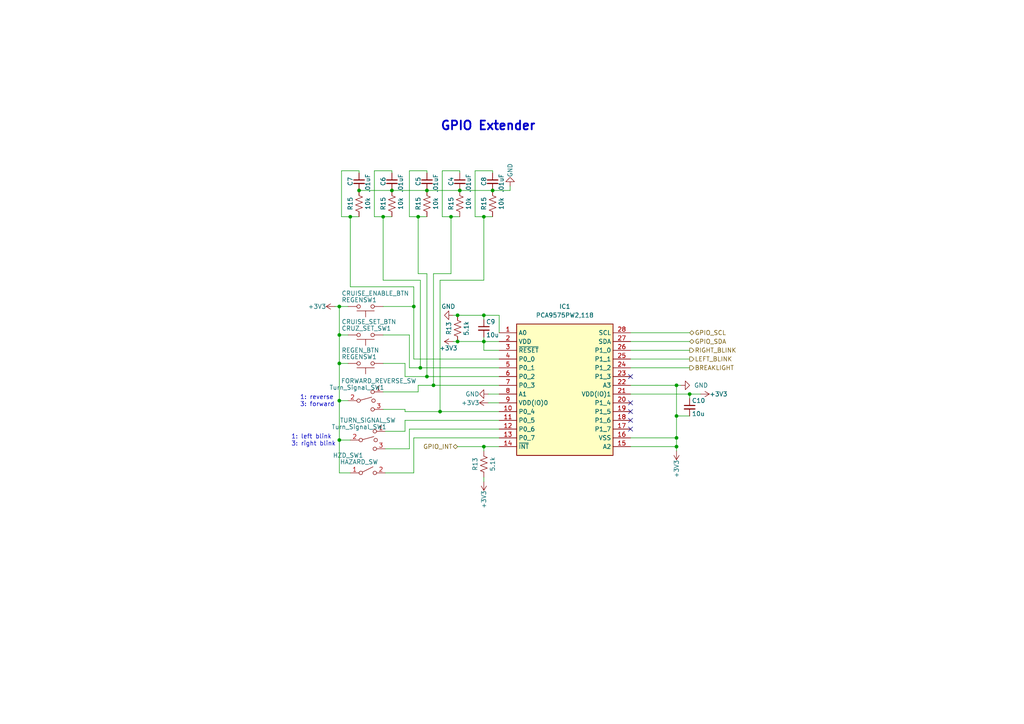
<source format=kicad_sch>
(kicad_sch (version 20230121) (generator eeschema)
  (paper "A4")
  (lib_symbols
    (symbol "Device:C_Small" (pin_numbers hide) (pin_names (offset 0.254) hide)
      (property "Reference" "C" (at 0.254 1.778 0))
      (property "Value" "C_Small" (at 0.254 -2.032 0))
      (symbol "C_Small_0_1"
        (polyline (pts (xy -1.524 -0.508) (xy 1.524 -0.508)) (stroke (width 0.3302)))
        (polyline (pts (xy -1.524 0.508) (xy 1.524 0.508)) (stroke (width 0.3048)))
      )
      (symbol "C_Small_1_1"
        (pin passive line (at 0 2.54 270) (length 2.032) (name "~") (number "1"))
        (pin passive line (at 0 -2.54 90) (length 2.032) (name "~") (number "2"))
      )
    )
    (symbol "Device:R_US" (pin_numbers hide) (pin_names (offset 0))
      (property "Reference" "R" (at 2.54 0 90))
      (property "Value" "R_US" (at -2.54 0 90))
      (symbol "R_US_0_1"
        (polyline (pts (xy 0 -2.286) (xy 0 -2.54)))
        (polyline (pts (xy 0 2.286) (xy 0 2.54)))
        (polyline (pts (xy 0 -0.762) (xy 1.016 -1.143) (xy 0 -1.524) (xy -1.016 -1.905) (xy 0 -2.286)))
        (polyline (pts (xy 0 0.762) (xy 1.016 0.381) (xy 0 0) (xy -1.016 -0.381) (xy 0 -0.762)))
        (polyline (pts (xy 0 2.286) (xy 1.016 1.905) (xy 0 1.524) (xy -1.016 1.143) (xy 0 0.762)))
      )
      (symbol "R_US_1_1"
        (pin passive line (at 0 3.81 270) (length 1.27) (name "~") (number "1"))
        (pin passive line (at 0 -3.81 90) (length 1.27) (name "~") (number "2"))
      )
    )
    (symbol "Switch:SW_Push" (pin_numbers hide) (pin_names (offset 1.016) hide)
      (property "Reference" "SW" (at 1.27 2.54 0))
      (property "Value" "SW_Push" (at 0 -1.524 0))
      (symbol "SW_Push_0_1"
        (circle (center -2.032 0) (radius 0.508))
        (polyline (pts (xy 0 1.27) (xy 0 3.048)))
        (polyline (pts (xy 2.54 1.27) (xy -2.54 1.27)))
        (circle (center 2.032 0) (radius 0.508))
        (pin passive line (at -5.08 0 0) (length 2.54) (name "1") (number "1"))
        (pin passive line (at 5.08 0 180) (length 2.54) (name "2") (number "2"))
      )
    )
    (symbol "Switch:SW_SPDT_MSM" (pin_names (offset 0) hide)
      (property "Reference" "SW" (at 0 5.08 0))
      (property "Value" "SW_SPDT_MSM" (at 0 -5.08 0))
      (symbol "SW_SPDT_MSM_0_0"
        (circle (center -2.032 0) (radius 0.508))
        (polyline (pts (xy -1.524 0.127) (xy 1.778 1.016)))
        (circle (center 2.032 -2.54) (radius 0.508))
      )
      (symbol "SW_SPDT_MSM_0_1"
        (circle (center 2.032 2.54) (radius 0.508))
        (circle (center 2.286 0) (radius 0.508))
      )
      (symbol "SW_SPDT_MSM_1_1"
        (pin passive line (at 5.08 2.54 180) (length 2.54) (name "1") (number "1"))
        (pin passive line (at -5.08 0 0) (length 2.54) (name "2") (number "2"))
        (pin passive line (at 5.08 -2.54 180) (length 2.54) (name "3") (number "3"))
      )
    )
    (symbol "Switch:SW_SPST" (pin_names (offset 0) hide)
      (property "Reference" "SW" (at 0 3.175 0))
      (property "Value" "SW_SPST" (at 0 -2.54 0))
      (symbol "SW_SPST_0_0"
        (circle (center -2.032 0) (radius 0.508))
        (polyline (pts (xy -1.524 0.254) (xy 1.524 1.778)))
        (circle (center 2.032 0) (radius 0.508))
      )
      (symbol "SW_SPST_1_1"
        (pin passive line (at -5.08 0 0) (length 2.54) (name "A") (number "1"))
        (pin passive line (at 5.08 0 180) (length 2.54) (name "B") (number "2"))
      )
    )
    (symbol "power:+3V3" (power) (pin_names (offset 0))
      (property "Value" "+3V3" (at 0 3.556 0))
      (symbol "+3V3_0_1"
        (polyline (pts (xy -0.762 1.27) (xy 0 2.54)))
        (polyline (pts (xy 0 0) (xy 0 2.54)))
        (polyline (pts (xy 0 2.54) (xy 0.762 1.27)))
      )
      (symbol "+3V3_1_1"
        (pin power_in line (at 0 0 90) (length 0) hide (name "+3V3") (number "1"))
      )
    )
    (symbol "power:GND" (power) (pin_names (offset 0))
      (property "Value" "GND" (at 0 -3.81 0))
      (symbol "GND_0_1"
        (polyline (pts (xy 0 0) (xy 0 -1.27) (xy 1.27 -1.27) (xy 0 -2.54) (xy -1.27 -1.27) (xy 0 -1.27)))
      )
      (symbol "GND_1_1"
        (pin power_in line (at 0 0 270) (length 0) hide (name "GND") (number "1"))
      )
    )
    (symbol "utsvt-chips:PCA9575PW2,118"
      (property "Reference" "IC" (at 34.29 7.62 0))
      (property "Value" "PCA9575PW2,118" (at 34.29 5.08 0))
      (symbol "PCA9575PW2,118_1_1"
        (rectangle (start 5.08 2.54) (end 33.02 -35.56) (stroke (width 0.254)) (fill (type background)))
        (pin passive line (at 0 0 0) (length 5.08) (name "A0") (number "1"))
        (pin passive line (at 0 -22.86 0) (length 5.08) (name "P0_4") (number "10"))
        (pin passive line (at 0 -25.4 0) (length 5.08) (name "P0_5") (number "11"))
        (pin passive line (at 0 -27.94 0) (length 5.08) (name "P0_6") (number "12"))
        (pin passive line (at 0 -30.48 0) (length 5.08) (name "P0_7") (number "13"))
        (pin passive line (at 0 -33.02 0) (length 5.08) (name "~{INT}") (number "14"))
        (pin passive line (at 38.1 -33.02 180) (length 5.08) (name "A2") (number "15"))
        (pin passive line (at 38.1 -30.48 180) (length 5.08) (name "VSS") (number "16"))
        (pin passive line (at 38.1 -27.94 180) (length 5.08) (name "P1_7") (number "17"))
        (pin passive line (at 38.1 -25.4 180) (length 5.08) (name "P1_6") (number "18"))
        (pin passive line (at 38.1 -22.86 180) (length 5.08) (name "P1_5") (number "19"))
        (pin passive line (at 0 -2.54 0) (length 5.08) (name "VDD") (number "2"))
        (pin passive line (at 38.1 -20.32 180) (length 5.08) (name "P1_4") (number "20"))
        (pin passive line (at 38.1 -17.78 180) (length 5.08) (name "VDD(IO)1") (number "21"))
        (pin passive line (at 38.1 -15.24 180) (length 5.08) (name "A3") (number "22"))
        (pin passive line (at 38.1 -12.7 180) (length 5.08) (name "P1_3") (number "23"))
        (pin passive line (at 38.1 -10.16 180) (length 5.08) (name "P1_2") (number "24"))
        (pin passive line (at 38.1 -7.62 180) (length 5.08) (name "P1_1") (number "25"))
        (pin passive line (at 38.1 -5.08 180) (length 5.08) (name "P1_0") (number "26"))
        (pin passive line (at 38.1 -2.54 180) (length 5.08) (name "SDA") (number "27"))
        (pin passive line (at 38.1 0 180) (length 5.08) (name "SCL") (number "28"))
        (pin passive line (at 0 -5.08 0) (length 5.08) (name "~{RESET}") (number "3"))
        (pin passive line (at 0 -7.62 0) (length 5.08) (name "P0_0") (number "4"))
        (pin passive line (at 0 -10.16 0) (length 5.08) (name "P0_1") (number "5"))
        (pin passive line (at 0 -12.7 0) (length 5.08) (name "P0_2") (number "6"))
        (pin passive line (at 0 -15.24 0) (length 5.08) (name "P0_3") (number "7"))
        (pin passive line (at 0 -17.78 0) (length 5.08) (name "A1") (number "8"))
        (pin passive line (at 0 -20.32 0) (length 5.08) (name "VDD(IO)0") (number "9"))
      )
    )
  )
  (junction (at 132.715 99.06))
  (junction (at 133.35 55.245))
  (junction (at 142.875 55.245))
  (junction (at 120.015 88.9))
  (junction (at 127.635 119.38))
  (junction (at 140.335 62.865))
  (junction (at 98.425 116.205))
  (junction (at 132.715 91.44))
  (junction (at 121.285 62.865))
  (junction (at 140.335 99.06))
  (junction (at 113.665 55.245))
  (junction (at 130.81 62.865))
  (junction (at 121.92 106.68))
  (junction (at 98.425 127.635))
  (junction (at 101.6 62.865))
  (junction (at 111.125 62.865))
  (junction (at 196.215 120.65))
  (junction (at 104.14 55.245))
  (junction (at 140.335 129.54))
  (junction (at 98.425 105.41))
  (junction (at 125.73 111.76))
  (junction (at 196.215 129.54))
  (junction (at 123.825 109.22))
  (junction (at 123.825 55.245))
  (junction (at 196.215 127))
  (junction (at 98.425 88.9))
  (junction (at 196.215 111.76))
  (junction (at 200.025 114.3))
  (junction (at 140.335 91.44))
  (junction (at 98.425 97.155))
  (no_connect (at 182.88 119.38))
  (no_connect (at 182.88 109.22))
  (no_connect (at 182.88 121.92))
  (no_connect (at 182.88 116.84))
  (no_connect (at 182.88 124.46))
  (wire (pts (xy 108.585 62.865) (xy 111.125 62.865)))
  (wire (pts (xy 98.425 97.155) (xy 100.965 97.155)))
  (wire (pts (xy 120.015 88.9) (xy 120.015 104.14)))
  (wire (pts (xy 196.215 129.54) (xy 182.88 129.54)))
  (wire (pts (xy 113.665 50.165) (xy 113.665 49.53)))
  (wire (pts (xy 111.125 81.28) (xy 121.92 81.28)))
  (wire (pts (xy 111.76 125.095) (xy 117.475 125.095)))
  (wire (pts (xy 123.825 55.245) (xy 133.35 55.245)))
  (wire (pts (xy 140.335 99.06) (xy 140.335 101.6)))
  (wire (pts (xy 104.14 55.245) (xy 113.665 55.245)))
  (wire (pts (xy 117.475 119.38) (xy 127.635 119.38)))
  (wire (pts (xy 123.825 79.375) (xy 123.825 109.22)))
  (wire (pts (xy 200.025 101.6) (xy 182.88 101.6)))
  (wire (pts (xy 131.445 99.06) (xy 132.715 99.06)))
  (wire (pts (xy 98.425 105.41) (xy 100.965 105.41)))
  (wire (pts (xy 131.445 91.44) (xy 132.715 91.44)))
  (wire (pts (xy 111.125 113.665) (xy 121.285 113.665)))
  (wire (pts (xy 118.745 49.53) (xy 123.825 49.53)))
  (wire (pts (xy 123.825 109.22) (xy 144.78 109.22)))
  (wire (pts (xy 200.025 114.3) (xy 203.2 114.3)))
  (wire (pts (xy 101.6 83.185) (xy 120.015 83.185)))
  (wire (pts (xy 111.76 137.16) (xy 120.015 137.16)))
  (wire (pts (xy 137.795 62.865) (xy 140.335 62.865)))
  (wire (pts (xy 111.125 105.41) (xy 117.475 105.41)))
  (wire (pts (xy 98.425 127.635) (xy 101.6 127.635)))
  (wire (pts (xy 120.015 137.16) (xy 120.015 127)))
  (wire (pts (xy 117.475 121.92) (xy 144.78 121.92)))
  (wire (pts (xy 130.81 62.865) (xy 133.35 62.865)))
  (wire (pts (xy 132.715 91.44) (xy 140.335 91.44)))
  (wire (pts (xy 140.335 62.865) (xy 142.875 62.865)))
  (wire (pts (xy 140.335 130.81) (xy 140.335 129.54)))
  (wire (pts (xy 137.795 49.53) (xy 142.875 49.53)))
  (wire (pts (xy 121.285 111.76) (xy 125.73 111.76)))
  (wire (pts (xy 140.335 139.7) (xy 140.335 138.43)))
  (wire (pts (xy 196.215 127) (xy 196.215 129.54)))
  (wire (pts (xy 111.125 62.865) (xy 111.125 81.28)))
  (wire (pts (xy 98.425 116.205) (xy 100.965 116.205)))
  (wire (pts (xy 117.475 125.095) (xy 117.475 121.92)))
  (wire (pts (xy 182.88 127) (xy 196.215 127)))
  (wire (pts (xy 196.215 120.65) (xy 196.215 127)))
  (wire (pts (xy 121.92 81.28) (xy 121.92 106.68)))
  (wire (pts (xy 130.81 79.375) (xy 125.73 79.375)))
  (wire (pts (xy 130.81 62.865) (xy 130.81 79.375)))
  (wire (pts (xy 127.635 81.28) (xy 127.635 119.38)))
  (wire (pts (xy 120.015 127) (xy 144.78 127)))
  (wire (pts (xy 128.27 62.865) (xy 130.81 62.865)))
  (wire (pts (xy 120.015 104.14) (xy 144.78 104.14)))
  (wire (pts (xy 140.335 101.6) (xy 144.78 101.6)))
  (wire (pts (xy 200.025 99.06) (xy 182.88 99.06)))
  (wire (pts (xy 118.745 106.68) (xy 121.92 106.68)))
  (wire (pts (xy 101.6 62.865) (xy 104.14 62.865)))
  (wire (pts (xy 196.215 111.76) (xy 196.215 120.65)))
  (wire (pts (xy 98.425 127.635) (xy 98.425 137.16)))
  (wire (pts (xy 121.285 79.375) (xy 123.825 79.375)))
  (wire (pts (xy 111.125 97.155) (xy 118.745 97.155)))
  (wire (pts (xy 200.025 106.68) (xy 182.88 106.68)))
  (wire (pts (xy 137.795 49.53) (xy 137.795 62.865)))
  (wire (pts (xy 101.6 62.865) (xy 101.6 83.185)))
  (wire (pts (xy 113.665 55.245) (xy 123.825 55.245)))
  (wire (pts (xy 111.125 118.745) (xy 117.475 118.745)))
  (wire (pts (xy 133.35 50.165) (xy 133.35 49.53)))
  (wire (pts (xy 140.335 91.44) (xy 144.78 91.44)))
  (wire (pts (xy 111.76 130.175) (xy 118.745 130.175)))
  (wire (pts (xy 117.475 105.41) (xy 117.475 109.22)))
  (wire (pts (xy 98.425 97.155) (xy 98.425 105.41)))
  (wire (pts (xy 128.27 49.53) (xy 133.35 49.53)))
  (wire (pts (xy 144.78 91.44) (xy 144.78 96.52)))
  (wire (pts (xy 196.215 129.54) (xy 196.215 130.81)))
  (wire (pts (xy 98.425 88.9) (xy 98.425 97.155)))
  (wire (pts (xy 111.125 62.865) (xy 113.665 62.865)))
  (wire (pts (xy 142.875 55.245) (xy 147.955 55.245)))
  (wire (pts (xy 140.335 81.28) (xy 127.635 81.28)))
  (wire (pts (xy 182.88 111.76) (xy 196.215 111.76)))
  (wire (pts (xy 142.875 50.165) (xy 142.875 49.53)))
  (wire (pts (xy 144.78 129.54) (xy 140.335 129.54)))
  (wire (pts (xy 121.285 62.865) (xy 121.285 79.375)))
  (wire (pts (xy 196.215 120.65) (xy 200.025 120.65)))
  (wire (pts (xy 200.025 114.3) (xy 200.025 115.57)))
  (wire (pts (xy 132.715 99.06) (xy 140.335 99.06)))
  (wire (pts (xy 128.27 49.53) (xy 128.27 62.865)))
  (wire (pts (xy 182.88 114.3) (xy 200.025 114.3)))
  (wire (pts (xy 120.015 83.185) (xy 120.015 88.9)))
  (wire (pts (xy 200.025 96.52) (xy 182.88 96.52)))
  (wire (pts (xy 118.745 124.46) (xy 144.78 124.46)))
  (wire (pts (xy 98.425 88.9) (xy 100.965 88.9)))
  (wire (pts (xy 108.585 49.53) (xy 113.665 49.53)))
  (wire (pts (xy 127.635 119.38) (xy 144.78 119.38)))
  (wire (pts (xy 140.335 97.79) (xy 140.335 99.06)))
  (wire (pts (xy 140.335 99.06) (xy 144.78 99.06)))
  (wire (pts (xy 121.285 113.665) (xy 121.285 111.76)))
  (wire (pts (xy 123.825 50.165) (xy 123.825 49.53)))
  (wire (pts (xy 99.06 49.53) (xy 99.06 62.865)))
  (wire (pts (xy 99.06 62.865) (xy 101.6 62.865)))
  (wire (pts (xy 99.06 49.53) (xy 104.14 49.53)))
  (wire (pts (xy 140.335 129.54) (xy 132.715 129.54)))
  (wire (pts (xy 125.73 79.375) (xy 125.73 111.76)))
  (wire (pts (xy 133.35 55.245) (xy 142.875 55.245)))
  (wire (pts (xy 118.745 62.865) (xy 121.285 62.865)))
  (wire (pts (xy 108.585 49.53) (xy 108.585 62.865)))
  (wire (pts (xy 125.73 111.76) (xy 144.78 111.76)))
  (wire (pts (xy 97.155 88.9) (xy 98.425 88.9)))
  (wire (pts (xy 140.335 62.865) (xy 140.335 81.28)))
  (wire (pts (xy 147.955 55.245) (xy 147.955 53.975)))
  (wire (pts (xy 98.425 105.41) (xy 98.425 116.205)))
  (wire (pts (xy 118.745 97.155) (xy 118.745 106.68)))
  (wire (pts (xy 121.285 62.865) (xy 123.825 62.865)))
  (wire (pts (xy 98.425 137.16) (xy 101.6 137.16)))
  (wire (pts (xy 141.605 116.84) (xy 144.78 116.84)))
  (wire (pts (xy 141.605 114.3) (xy 144.78 114.3)))
  (wire (pts (xy 140.335 91.44) (xy 140.335 92.71)))
  (wire (pts (xy 104.14 50.165) (xy 104.14 49.53)))
  (wire (pts (xy 121.92 106.68) (xy 144.78 106.68)))
  (wire (pts (xy 98.425 116.205) (xy 98.425 127.635)))
  (wire (pts (xy 111.125 88.9) (xy 120.015 88.9)))
  (wire (pts (xy 118.745 130.175) (xy 118.745 124.46)))
  (wire (pts (xy 118.745 49.53) (xy 118.745 62.865)))
  (wire (pts (xy 200.025 104.14) (xy 182.88 104.14)))
  (wire (pts (xy 117.475 109.22) (xy 123.825 109.22)))
  (wire (pts (xy 117.475 118.745) (xy 117.475 119.38)))
  (wire (pts (xy 196.215 111.76) (xy 197.485 111.76)))
  (text "1: left blink\n3: right blink" (at 84.455 129.54 0) (effects (font (size 1.27 1.27)) (justify left bottom)))
  (text "1: reverse\n3: forward" (at 86.995 118.11 0) (effects (font (size 1.27 1.27)) (justify left bottom)))
  (text "GPIO Extender" (at 127.635 38.1 0) (effects (font (size 2.54 2.54) (thickness 0.508) bold) (justify left bottom)))
  (hierarchical_label "GPIO_INT" (shape bidirectional) (at 132.715 129.54 180))
  (hierarchical_label "LEFT_BLINK" (shape output) (at 200.025 104.14 0))
  (hierarchical_label "BREAKLIGHT" (shape output) (at 200.025 106.68 0))
  (hierarchical_label "GPIO_SDA" (shape bidirectional) (at 200.025 99.06 0))
  (hierarchical_label "RIGHT_BLINK" (shape output) (at 200.025 101.6 0))
  (hierarchical_label "GPIO_SCL" (shape bidirectional) (at 200.025 96.52 0))
  (symbol (lib_id "power:+3V3") (at 196.215 130.81 180) (unit 1)
    (property "Reference" "#PWR052" (effects hide))
    (property "Value" "+3V3" (at 196.215 133.35 90) (effects (justify left)))
  )
  (symbol (lib_id "power:+3V3") (at 140.335 139.7 180) (unit 1)
    (property "Reference" "#PWR052" (effects hide))
    (property "Value" "+3V3" (at 140.335 142.24 90) (effects (justify left)))
    (instances (project "Controls-LeaderDaughterPCB" (path "" (reference "#PWR052") (unit 1)) (path "" (reference "#PWR017") (unit 1))))
  )
  (symbol (lib_id "Device:C_Small") (at 123.825 52.705 0) (unit 1)
    (property "Reference" "C5" (at 121.285 53.975 90) (effects (justify left)))
    (property "Value" ".01uF" (at 126.365 55.88 90) (effects (justify left)))
    (property "Footprint" "Capacitor_SMD:C_0805_2012Metric" (effects hide))
    (instances (project "Controls-LeaderDaughterPCB" (path "" (reference "C5") (unit 1)) (path "" (reference "C6") (unit 1))))
  )
  (symbol (lib_id "power:+3V3") (at 141.605 116.84 90) (unit 1)
    (property "Reference" "#PWR020" (effects hide))
    (property "Value" "+3V3" (at 139.065 116.84 90) (effects (justify left)))
    (instances (project "Controls-LeaderDaughterPCB" (path "" (reference "#PWR020") (unit 1)) (path "" (reference "#PWR019") (unit 1))))
  )
  (symbol (lib_id "Switch:SW_Push") (at 106.045 105.41 180) (unit 1)
    (property "Reference" "REGENSW1" (at 99.06 103.505 0) (effects (justify right)))
    (property "Value" "REGEN_BTN" (at 99.06 101.6 0) (effects (justify right)))
    (property "Footprint" "Connector_Molex:Molex_Micro-Fit_3.0_43650-0215_1x02_P3.00mm_Vertical" (effects hide))
    (property "Datasheet" "https://www.molex.com/content/dam/molex/molex-dot-com/products/automated/en-us/productspecificationpdf/436/43650/PS-43650-001.pdf?inline" (effects hide))
    (property "PN" "43650-0215" (effects hide))
    (property "Mouser PN" "538-43650-0215" (effects hide))
    (instances (project "Controls-LightingPCB" (path "" (reference "REGENSW1") (unit 1)) (path "" (reference "REGENSW1") (unit 1))) (project "Controls-LeaderDaughterPCB" (path "" (reference "REGENSW2") (unit 1)) (path "" (reference "REGENSW2") (unit 1))))
  )
  (symbol (lib_id "Device:R_US") (at 142.875 59.055 0) (unit 1)
    (property "Reference" "R15" (at 140.335 59.055 90))
    (property "Value" "10k" (at 145.415 59.055 90))
    (property "Footprint" "Resistor_SMD:R_0805_2012Metric" (effects hide))
    (property "Datasheet" "https://www.vishay.com/docs/28773/crcwce3.pdf" (effects hide))
    (property "PN" "CRCW080510K0FKEAC" (effects hide))
    (property "Mouser PN" "71-CRCW080510K0FKEAC " (effects hide))
    (instances (project "Dashboard" (path "" (reference "R15") (unit 1))) (project "Controls-LeaderDaughterPCB" (path "" (reference "R9") (unit 1)) (path "" (reference "R14") (unit 1)) (path "" (reference "R18") (unit 1))))
  )
  (symbol (lib_id "utsvt-chips:PCA9575PW2,118") (at 144.78 96.52 0) (unit 1)
    (property "Reference" "IC1" (at 163.83 88.9 0))
    (property "Value" "PCA9575PW2,118" (at 163.83 91.44 0))
    (property "Footprint" "UTSVT_ICs:SOT361" (effects hide))
    (property "Datasheet" "http://www.nxp.com/docs/en/data-sheet/PCA9575.pdf" (effects hide))
    (property "Height" "1.1" (effects hide))
    (property "Mouser Part Number" "771-PCA9575PW2,118" (effects hide))
    (property "Mouser Price/Stock" "https://www.mouser.co.uk/ProductDetail/NXP-Semiconductors/PCA9575PW2118?qs=pw%2F%252B4fOKvQv9aOOuMMbURA%3D%3D" (effects hide))
    (property "Manufacturer_Name" "NXP" (effects hide))
    (property "Manufacturer_Part_Number" "PCA9575PW2,118" (effects hide))
  )
  (symbol (lib_id "power:GND") (at 131.445 91.44 270) (unit 1)
    (property "Reference" "#PWR015" (effects hide))
    (property "Value" "GND" (at 132.08 88.9 90) (effects (justify right)))
  )
  (symbol (lib_id "Device:R_US") (at 133.35 59.055 0) (unit 1)
    (property "Reference" "R15" (at 130.81 59.055 90))
    (property "Value" "10k" (at 135.89 59.055 90))
    (property "Footprint" "Resistor_SMD:R_0805_2012Metric" (effects hide))
    (property "Datasheet" "https://www.vishay.com/docs/28773/crcwce3.pdf" (effects hide))
    (property "PN" "CRCW080510K0FKEAC" (effects hide))
    (property "Mouser PN" "71-CRCW080510K0FKEAC " (effects hide))
    (instances (project "Dashboard" (path "" (reference "R15") (unit 1))) (project "Controls-LeaderDaughterPCB" (path "" (reference "R9") (unit 1)) (path "" (reference "R6") (unit 1)) (path "" (reference "R14") (unit 1))))
  )
  (symbol (lib_id "Device:R_US") (at 123.825 59.055 0) (unit 1)
    (property "Reference" "R15" (at 121.285 59.055 90))
    (property "Value" "10k" (at 126.365 59.055 90))
    (property "Footprint" "Resistor_SMD:R_0805_2012Metric" (effects hide))
    (property "Datasheet" "https://www.vishay.com/docs/28773/crcwce3.pdf" (effects hide))
    (property "PN" "CRCW080510K0FKEAC" (effects hide))
    (property "Mouser PN" "71-CRCW080510K0FKEAC " (effects hide))
    (instances (project "Dashboard" (path "" (reference "R15") (unit 1))) (project "Controls-LeaderDaughterPCB" (path "" (reference "R9") (unit 1)) (path "" (reference "R8") (unit 1)) (path "" (reference "R10") (unit 1))))
  )
  (symbol (lib_id "power:GND") (at 141.605 114.3 270) (unit 1)
    (property "Reference" "#PWR016" (effects hide))
    (property "Value" "GND" (at 139.065 114.3 90) (effects (justify right)))
    (instances (project "Controls-LeaderDaughterPCB" (path "" (reference "#PWR016") (unit 1)) (path "" (reference "#PWR018") (unit 1))))
  )
  (symbol (lib_id "Switch:SW_Push") (at 106.045 97.155 180) (unit 1)
    (property "Reference" "CRUZ_SET_SW1" (at 99.06 95.25 0) (effects (justify right)))
    (property "Value" "CRUISE_SET_BTN" (at 99.06 93.345 0) (effects (justify right)))
    (property "Footprint" "Connector_Molex:Molex_Micro-Fit_3.0_43650-0215_1x02_P3.00mm_Vertical" (effects hide))
    (property "Datasheet" "https://www.molex.com/content/dam/molex/molex-dot-com/products/automated/en-us/productspecificationpdf/436/43650/PS-43650-001.pdf?inline" (effects hide))
    (property "PN" "43650-0215" (effects hide))
    (property "Mouser PN" "538-43650-0215" (effects hide))
  )
  (symbol (lib_id "Switch:SW_SPDT_MSM") (at 106.045 116.205 0) (unit 1)
    (property "Reference" "Turn_Signal_SW1" (at 103.505 112.395 0))
    (property "Value" "FORWARD_REVERSE_SW" (at 109.855 110.49 0))
    (property "Footprint" "Connector_Molex:Molex_Micro-Fit_3.0_43650-0315_1x03_P3.00mm_Vertical" (effects hide))
    (property "Datasheet" "https://www.molex.com/content/dam/molex/molex-dot-com/products/automated/en-us/productspecificationpdf/436/43650/PS-43650-001.pdf?inline" (effects hide))
    (property "PN" "43650-0315" (effects hide))
    (property "Mouser PN" "538-43650-0315" (effects hide))
    (instances (project "Controls-LightingPCB" (path "" (reference "Turn_Signal_SW1") (unit 1))) (project "Controls-LeaderDaughterPCB" (path "" (reference "F/R_SW1") (unit 1)) (path "" (reference "Turn_Signal_SW1") (unit 1))))
  )
  (symbol (lib_id "Device:C_Small") (at 140.335 95.25 0) (unit 1)
    (property "Reference" "C9" (at 140.97 93.345 0) (effects (justify left)))
    (property "Value" "10u" (at 140.97 97.155 0) (effects (justify left)))
    (property "Footprint" "Capacitor_SMD:C_0805_2012Metric" (effects hide))
    (instances (project "Controls-LeaderDaughterPCB" (path "" (reference "C9") (unit 1)) (path "" (reference "C8") (unit 1))))
  )
  (symbol (lib_id "Device:C_Small") (at 142.875 52.705 0) (unit 1)
    (property "Reference" "C8" (at 140.335 53.975 90) (effects (justify left)))
    (property "Value" ".01uF" (at 145.415 55.88 90) (effects (justify left)))
    (property "Footprint" "Capacitor_SMD:C_0805_2012Metric" (effects hide))
    (instances (project "Controls-LeaderDaughterPCB" (path "" (reference "C8") (unit 1)) (path "" (reference "C9") (unit 1))))
  )
  (symbol (lib_id "Device:C_Small") (at 104.14 52.705 0) (unit 1)
    (property "Reference" "C7" (at 101.6 53.975 90) (effects (justify left)))
    (property "Value" ".01uF" (at 106.68 55.88 90) (effects (justify left)))
    (property "Footprint" "Capacitor_SMD:C_0805_2012Metric" (effects hide))
    (instances (project "Controls-LeaderDaughterPCB" (path "" (reference "C7") (unit 1)) (path "" (reference "C4") (unit 1))))
  )
  (symbol (lib_id "Device:C_Small") (at 113.665 52.705 0) (unit 1)
    (property "Reference" "C6" (at 111.125 53.975 90) (effects (justify left)))
    (property "Value" ".01uF" (at 116.205 55.88 90) (effects (justify left)))
    (property "Footprint" "Capacitor_SMD:C_0805_2012Metric" (effects hide))
    (instances (project "Controls-LeaderDaughterPCB" (path "" (reference "C6") (unit 1)) (path "" (reference "C5") (unit 1))))
  )
  (symbol (lib_id "power:+3V3") (at 203.2 114.3 270) (unit 1)
    (property "Reference" "#PWR018" (effects hide))
    (property "Value" "+3V3" (at 205.74 114.3 90) (effects (justify left)))
    (instances (project "Controls-LeaderDaughterPCB" (path "" (reference "#PWR018") (unit 1)) (path "" (reference "#PWR054") (unit 1))))
  )
  (symbol (lib_id "Device:C_Small") (at 133.35 52.705 0) (unit 1)
    (property "Reference" "C4" (at 130.81 53.975 90) (effects (justify left)))
    (property "Value" ".01uF" (at 135.89 55.88 90) (effects (justify left)))
    (property "Footprint" "Capacitor_SMD:C_0805_2012Metric" (effects hide))
    (instances (project "Controls-LeaderDaughterPCB" (path "" (reference "C4") (unit 1)) (path "" (reference "C7") (unit 1))))
  )
  (symbol (lib_id "power:GND") (at 197.485 111.76 90) (unit 1)
    (property "Reference" "#PWR017" (effects hide))
    (property "Value" "GND" (at 201.295 111.76 90) (effects (justify right)))
    (instances (project "Controls-LeaderDaughterPCB" (path "" (reference "#PWR017") (unit 1)) (path "" (reference "#PWR022") (unit 1))))
  )
  (symbol (lib_id "Device:R_US") (at 132.715 95.25 0) (unit 1)
    (property "Reference" "R13" (at 130.175 95.25 90))
    (property "Value" "5.1k" (at 135.255 95.25 90))
    (property "Footprint" "Resistor_SMD:R_0805_2012Metric" (effects hide))
    (property "Datasheet" "https://www.vishay.com/docs/20035/dcrcwe3.pdf" (effects hide))
    (property "PN" "CRCW08055K10JNEB" (effects hide))
    (property "Mouser PN" "71-CRCW08055K10JNEB" (effects hide))
    (instances (project "Dashboard" (path "" (reference "R13") (unit 1))) (project "Controls-LeaderDaughterPCB" (path "" (reference "R5") (unit 1)) (path "" (reference "R17") (unit 1)) (path "" (reference "R12") (unit 1))))
  )
  (symbol (lib_id "Device:R_US") (at 104.14 59.055 0) (unit 1)
    (property "Reference" "R15" (at 101.6 59.055 90))
    (property "Value" "10k" (at 106.68 59.055 90))
    (property "Footprint" "Resistor_SMD:R_0805_2012Metric" (effects hide))
    (property "Datasheet" "https://www.vishay.com/docs/28773/crcwce3.pdf" (effects hide))
    (property "PN" "CRCW080510K0FKEAC" (effects hide))
    (property "Mouser PN" "71-CRCW080510K0FKEAC " (effects hide))
    (instances (project "Dashboard" (path "" (reference "R15") (unit 1))) (project "Controls-LeaderDaughterPCB" (path "" (reference "R9") (unit 1)) (path "" (reference "R12") (unit 1)) (path "" (reference "R6") (unit 1))))
  )
  (symbol (lib_id "Device:C_Small") (at 200.025 118.11 0) (unit 1)
    (property "Reference" "C10" (at 200.66 116.205 0) (effects (justify left)))
    (property "Value" "10u" (at 200.66 120.015 0) (effects (justify left)))
    (property "Footprint" "Capacitor_SMD:C_0805_2012Metric" (effects hide))
  )
  (symbol (lib_id "Switch:SW_SPDT_MSM") (at 106.68 127.635 0) (unit 1)
    (property "Reference" "Turn_Signal_SW1" (at 104.14 123.825 0))
    (property "Value" "TURN_SIGNAL_SW" (at 106.68 121.92 0))
    (property "Footprint" "Connector_Molex:Molex_Micro-Fit_3.0_43650-0315_1x03_P3.00mm_Vertical" (effects hide))
    (property "Datasheet" "https://www.molex.com/content/dam/molex/molex-dot-com/products/automated/en-us/productspecificationpdf/436/43650/PS-43650-001.pdf?inline" (effects hide))
    (property "PN" "43650-0315" (effects hide))
    (property "Mouser PN" "538-43650-0315" (effects hide))
    (instances (project "Controls-LightingPCB" (path "" (reference "Turn_Signal_SW1") (unit 1))) (project "Controls-LeaderDaughterPCB" (path "" (reference "TURN_SIG1") (unit 1)) (path "" (reference "Turn_Signal_SW2") (unit 1))))
  )
  (symbol (lib_id "Device:R_US") (at 140.335 134.62 0) (unit 1)
    (property "Reference" "R13" (at 137.795 134.62 90))
    (property "Value" "5.1k" (at 142.875 134.62 90))
    (property "Footprint" "Resistor_SMD:R_0805_2012Metric" (effects hide))
    (property "Datasheet" "https://www.vishay.com/docs/20035/dcrcwe3.pdf" (effects hide))
    (property "PN" "CRCW08055K10JNEB" (effects hide))
    (property "Mouser PN" "71-CRCW08055K10JNEB" (effects hide))
    (instances (project "Dashboard" (path "" (reference "R13") (unit 1))) (project "Controls-LeaderDaughterPCB" (path "" (reference "R5") (unit 1)) (path "" (reference "R18") (unit 1)) (path "" (reference "R17") (unit 1))))
  )
  (symbol (lib_id "power:GND") (at 147.955 53.975 180) (unit 1)
    (property "Reference" "#PWR022" (effects hide))
    (property "Value" "GND" (at 147.955 51.435 90) (effects (justify right)))
    (instances (project "Controls-LeaderDaughterPCB" (path "" (reference "#PWR022") (unit 1)) (path "" (reference "#PWR020") (unit 1))))
  )
  (symbol (lib_id "Device:R_US") (at 113.665 59.055 0) (unit 1)
    (property "Reference" "R15" (at 111.125 59.055 90))
    (property "Value" "10k" (at 116.205 59.055 90))
    (property "Footprint" "Resistor_SMD:R_0805_2012Metric" (effects hide))
    (property "Datasheet" "https://www.vishay.com/docs/28773/crcwce3.pdf" (effects hide))
    (property "PN" "CRCW080510K0FKEAC" (effects hide))
    (property "Mouser PN" "71-CRCW080510K0FKEAC " (effects hide))
    (instances (project "Dashboard" (path "" (reference "R15") (unit 1))) (project "Controls-LeaderDaughterPCB" (path "" (reference "R9") (unit 1)) (path "" (reference "R10") (unit 1)) (path "" (reference "R8") (unit 1))))
  )
  (symbol (lib_id "power:+3V3") (at 131.445 99.06 90) (unit 1)
    (property "Reference" "#PWR019" (effects hide))
    (property "Value" "+3V3" (at 132.715 100.965 90) (effects (justify left)))
    (instances (project "Controls-LeaderDaughterPCB" (path "" (reference "#PWR019") (unit 1)) (path "" (reference "#PWR016") (unit 1))))
  )
  (symbol (lib_id "power:+3V3") (at 97.155 88.9 90) (unit 1)
    (property "Reference" "#PWR010" (effects hide))
    (property "Value" "+3V3" (at 94.615 88.9 90) (effects (justify left)))
  )
  (symbol (lib_id "Switch:SW_Push") (at 106.045 88.9 180) (unit 1)
    (property "Reference" "REGENSW1" (at 99.06 86.995 0) (effects (justify right)))
    (property "Value" "CRUISE_ENABLE_BTN" (at 99.06 85.09 0) (effects (justify right)))
    (property "Footprint" "Connector_Molex:Molex_Micro-Fit_3.0_43650-0215_1x02_P3.00mm_Vertical" (effects hide))
    (property "Datasheet" "https://www.molex.com/content/dam/molex/molex-dot-com/products/automated/en-us/productspecificationpdf/436/43650/PS-43650-001.pdf?inline" (effects hide))
    (property "PN" "43650-0215" (effects hide))
    (property "Mouser PN" "538-43650-0215" (effects hide))
  )
  (symbol (lib_id "Switch:SW_SPST") (at 106.68 137.16 0) (unit 1)
    (property "Reference" "HZD_SW1" (at 100.965 132.08 0))
    (property "Value" "HAZARD_SW" (at 104.14 133.985 0))
    (property "Footprint" "Connector_Molex:Molex_Micro-Fit_3.0_43650-0215_1x02_P3.00mm_Vertical" (effects hide))
    (property "Datasheet" "https://www.molex.com/content/dam/molex/molex-dot-com/products/automated/en-us/productspecificationpdf/436/43650/PS-43650-001.pdf?inline" (effects hide))
    (property "PN" "43650-0215" (effects hide))
    (property "Mouser PN" "538-43650-0215" (effects hide))
    (instances (project "Controls-LightingPCB" (path "" (reference "HZD_SW1") (unit 1))) (project "Controls-LeaderDaughterPCB" (path "" (reference "HZD1") (unit 1)) (path "" (reference "HZD_SW1") (unit 1))))
  )
)
</source>
